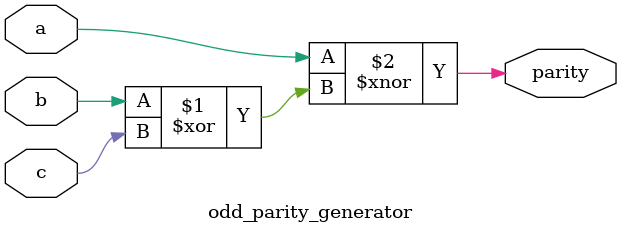
<source format=v>
module odd_parity_generator(parity, a, b, c);

output parity;
input a, b, c;

assign parity = a^~(b^c);

endmodule
</source>
